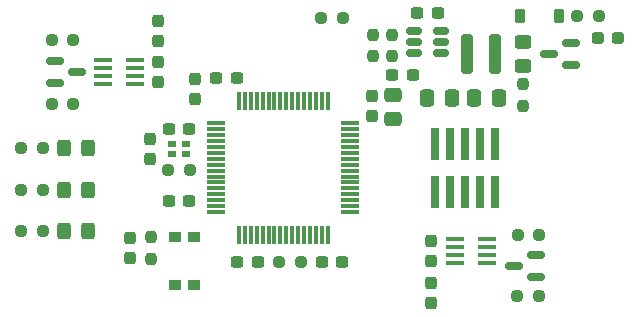
<source format=gbr>
%TF.GenerationSoftware,KiCad,Pcbnew,9.0.4*%
%TF.CreationDate,2026-01-25T14:52:30+00:00*%
%TF.ProjectId,can-repeater,63616e2d-7265-4706-9561-7465722e6b69,rev?*%
%TF.SameCoordinates,Original*%
%TF.FileFunction,Paste,Top*%
%TF.FilePolarity,Positive*%
%FSLAX46Y46*%
G04 Gerber Fmt 4.6, Leading zero omitted, Abs format (unit mm)*
G04 Created by KiCad (PCBNEW 9.0.4) date 2026-01-25 14:52:30*
%MOMM*%
%LPD*%
G01*
G04 APERTURE LIST*
G04 Aperture macros list*
%AMRoundRect*
0 Rectangle with rounded corners*
0 $1 Rounding radius*
0 $2 $3 $4 $5 $6 $7 $8 $9 X,Y pos of 4 corners*
0 Add a 4 corners polygon primitive as box body*
4,1,4,$2,$3,$4,$5,$6,$7,$8,$9,$2,$3,0*
0 Add four circle primitives for the rounded corners*
1,1,$1+$1,$2,$3*
1,1,$1+$1,$4,$5*
1,1,$1+$1,$6,$7*
1,1,$1+$1,$8,$9*
0 Add four rect primitives between the rounded corners*
20,1,$1+$1,$2,$3,$4,$5,0*
20,1,$1+$1,$4,$5,$6,$7,0*
20,1,$1+$1,$6,$7,$8,$9,0*
20,1,$1+$1,$8,$9,$2,$3,0*%
G04 Aperture macros list end*
%ADD10R,0.740000X2.795000*%
%ADD11RoundRect,0.237500X-0.250000X-0.237500X0.250000X-0.237500X0.250000X0.237500X-0.250000X0.237500X0*%
%ADD12RoundRect,0.237500X0.237500X-0.300000X0.237500X0.300000X-0.237500X0.300000X-0.237500X-0.300000X0*%
%ADD13RoundRect,0.237500X0.300000X0.237500X-0.300000X0.237500X-0.300000X-0.237500X0.300000X-0.237500X0*%
%ADD14RoundRect,0.075000X-0.700000X-0.075000X0.700000X-0.075000X0.700000X0.075000X-0.700000X0.075000X0*%
%ADD15RoundRect,0.075000X-0.075000X-0.700000X0.075000X-0.700000X0.075000X0.700000X-0.075000X0.700000X0*%
%ADD16RoundRect,0.237500X0.250000X0.237500X-0.250000X0.237500X-0.250000X-0.237500X0.250000X-0.237500X0*%
%ADD17RoundRect,0.250000X-0.337500X-0.475000X0.337500X-0.475000X0.337500X0.475000X-0.337500X0.475000X0*%
%ADD18RoundRect,0.237500X-0.287500X-0.237500X0.287500X-0.237500X0.287500X0.237500X-0.287500X0.237500X0*%
%ADD19RoundRect,0.250000X-0.325000X-0.450000X0.325000X-0.450000X0.325000X0.450000X-0.325000X0.450000X0*%
%ADD20RoundRect,0.100000X-0.680000X-0.100000X0.680000X-0.100000X0.680000X0.100000X-0.680000X0.100000X0*%
%ADD21RoundRect,0.237500X-0.237500X0.250000X-0.237500X-0.250000X0.237500X-0.250000X0.237500X0.250000X0*%
%ADD22RoundRect,0.250000X0.337500X0.475000X-0.337500X0.475000X-0.337500X-0.475000X0.337500X-0.475000X0*%
%ADD23R,1.000000X0.900000*%
%ADD24RoundRect,0.150000X0.587500X0.150000X-0.587500X0.150000X-0.587500X-0.150000X0.587500X-0.150000X0*%
%ADD25RoundRect,0.250000X0.475000X-0.337500X0.475000X0.337500X-0.475000X0.337500X-0.475000X-0.337500X0*%
%ADD26RoundRect,0.245000X-0.245000X-1.455000X0.245000X-1.455000X0.245000X1.455000X-0.245000X1.455000X0*%
%ADD27RoundRect,0.237500X-0.300000X-0.237500X0.300000X-0.237500X0.300000X0.237500X-0.300000X0.237500X0*%
%ADD28RoundRect,0.150000X-0.587500X-0.150000X0.587500X-0.150000X0.587500X0.150000X-0.587500X0.150000X0*%
%ADD29RoundRect,0.250000X0.450000X-0.325000X0.450000X0.325000X-0.450000X0.325000X-0.450000X-0.325000X0*%
%ADD30RoundRect,0.237500X0.237500X-0.250000X0.237500X0.250000X-0.237500X0.250000X-0.237500X-0.250000X0*%
%ADD31RoundRect,0.237500X-0.237500X0.300000X-0.237500X-0.300000X0.237500X-0.300000X0.237500X0.300000X0*%
%ADD32RoundRect,0.150000X0.512500X0.150000X-0.512500X0.150000X-0.512500X-0.150000X0.512500X-0.150000X0*%
%ADD33RoundRect,0.100000X0.680000X0.100000X-0.680000X0.100000X-0.680000X-0.100000X0.680000X-0.100000X0*%
%ADD34RoundRect,0.225000X-0.225000X-0.375000X0.225000X-0.375000X0.225000X0.375000X-0.225000X0.375000X0*%
%ADD35R,0.650000X0.550000*%
G04 APERTURE END LIST*
D10*
%TO.C,J2*%
X182456999Y-76217000D03*
X182456999Y-80283000D03*
X181187000Y-76217000D03*
X181187000Y-80283000D03*
X179916999Y-76217000D03*
X179916999Y-80283000D03*
X178646998Y-76217000D03*
X178646998Y-80283000D03*
X177376999Y-76217000D03*
X177376999Y-80283000D03*
%TD*%
D11*
%TO.C,R14*%
X142287500Y-80100000D03*
X144112500Y-80100000D03*
%TD*%
D12*
%TO.C,C6*%
X157050000Y-72462501D03*
X157050000Y-70737499D03*
%TD*%
%TO.C,C14*%
X151550000Y-85912501D03*
X151550000Y-84187499D03*
%TD*%
D13*
%TO.C,C5*%
X160562500Y-70650000D03*
X158837500Y-70650000D03*
%TD*%
D14*
%TO.C,U4*%
X158825000Y-74500000D03*
X158825000Y-75000000D03*
X158825000Y-75500000D03*
X158825000Y-76000000D03*
X158825000Y-76500000D03*
X158825000Y-77000000D03*
X158825000Y-77500000D03*
X158825000Y-78000000D03*
X158825000Y-78500000D03*
X158825000Y-79000000D03*
X158825000Y-79500000D03*
X158825000Y-80000000D03*
X158825000Y-80500000D03*
X158825000Y-81000000D03*
X158825000Y-81500000D03*
X158825000Y-82000000D03*
D15*
X160750000Y-83925000D03*
X161250000Y-83925000D03*
X161750000Y-83925000D03*
X162250000Y-83925000D03*
X162750000Y-83925000D03*
X163250000Y-83925000D03*
X163750000Y-83925000D03*
X164250000Y-83925000D03*
X164750000Y-83925000D03*
X165250000Y-83925000D03*
X165750000Y-83925000D03*
X166250000Y-83925000D03*
X166750000Y-83925000D03*
X167250000Y-83925000D03*
X167750000Y-83925000D03*
X168250000Y-83925000D03*
D14*
X170175000Y-82000000D03*
X170175000Y-81500000D03*
X170175000Y-81000000D03*
X170175000Y-80500000D03*
X170175000Y-80000000D03*
X170175000Y-79500000D03*
X170175000Y-79000000D03*
X170175000Y-78500000D03*
X170175000Y-78000000D03*
X170175000Y-77500000D03*
X170175000Y-77000000D03*
X170175000Y-76500000D03*
X170175000Y-76000000D03*
X170175000Y-75500000D03*
X170175000Y-75000000D03*
X170175000Y-74500000D03*
D15*
X168250000Y-72575000D03*
X167750000Y-72575000D03*
X167250000Y-72575000D03*
X166750000Y-72575000D03*
X166250000Y-72575000D03*
X165750000Y-72575000D03*
X165250000Y-72575000D03*
X164750000Y-72575000D03*
X164250000Y-72575000D03*
X163750000Y-72575000D03*
X163250000Y-72575000D03*
X162750000Y-72575000D03*
X162250000Y-72575000D03*
X161750000Y-72575000D03*
X161250000Y-72575000D03*
X160750000Y-72575000D03*
%TD*%
D11*
%TO.C,R10*%
X184337500Y-83950000D03*
X186162500Y-83950000D03*
%TD*%
D16*
%TO.C,R4*%
X146712500Y-72850000D03*
X144887500Y-72850000D03*
%TD*%
D11*
%TO.C,R7*%
X189387500Y-65400000D03*
X191212500Y-65400000D03*
%TD*%
D17*
%TO.C,C10*%
X180662500Y-72350000D03*
X182737500Y-72350000D03*
%TD*%
D13*
%TO.C,C7*%
X156512501Y-81050000D03*
X154787499Y-81050000D03*
%TD*%
D18*
%TO.C,F1*%
X191125000Y-67300000D03*
X192875000Y-67300000D03*
%TD*%
D11*
%TO.C,R13*%
X142287500Y-76600000D03*
X144112500Y-76600000D03*
%TD*%
D13*
%TO.C,C16*%
X156512501Y-74950000D03*
X154787499Y-74950000D03*
%TD*%
D11*
%TO.C,R5*%
X144887500Y-67400000D03*
X146712500Y-67400000D03*
%TD*%
D19*
%TO.C,D7*%
X145925000Y-83600000D03*
X147975000Y-83600000D03*
%TD*%
D20*
%TO.C,U3*%
X179050000Y-84320000D03*
X179050000Y-84970000D03*
X179050000Y-85630000D03*
X179050000Y-86280000D03*
X181750000Y-86280000D03*
X181750000Y-85630000D03*
X181750000Y-84970000D03*
X181750000Y-84320000D03*
%TD*%
D21*
%TO.C,R3*%
X173700000Y-66987500D03*
X173700000Y-68812500D03*
%TD*%
D22*
%TO.C,C11*%
X178737500Y-72350000D03*
X176662500Y-72350000D03*
%TD*%
D23*
%TO.C,SW1*%
X156900000Y-84100001D03*
X156900000Y-88199999D03*
X155300000Y-84100001D03*
X155300000Y-88199999D03*
%TD*%
D12*
%TO.C,C17*%
X153200000Y-77512501D03*
X153200000Y-75787499D03*
%TD*%
D24*
%TO.C,Q1*%
X188837500Y-69550000D03*
X188837500Y-67650000D03*
X186962500Y-68600000D03*
%TD*%
D25*
%TO.C,C1*%
X173800000Y-74137500D03*
X173800000Y-72062500D03*
%TD*%
D13*
%TO.C,C2*%
X162337500Y-86200000D03*
X160612500Y-86200000D03*
%TD*%
D11*
%TO.C,R15*%
X142287500Y-83600000D03*
X144112500Y-83600000D03*
%TD*%
D26*
%TO.C,L1*%
X180015000Y-68600000D03*
X182385000Y-68600000D03*
%TD*%
D27*
%TO.C,C8*%
X173737499Y-70400000D03*
X175462501Y-70400000D03*
%TD*%
D16*
%TO.C,R9*%
X156562500Y-78450000D03*
X154737500Y-78450000D03*
%TD*%
D24*
%TO.C,D4*%
X185887500Y-87500000D03*
X185887500Y-85600000D03*
X184012500Y-86550000D03*
%TD*%
D28*
%TO.C,D2*%
X145162500Y-69187500D03*
X145162500Y-71087500D03*
X147037500Y-70137500D03*
%TD*%
D13*
%TO.C,C3*%
X169462501Y-86200000D03*
X167737499Y-86200000D03*
%TD*%
D29*
%TO.C,D1*%
X184800000Y-69625000D03*
X184800000Y-67575000D03*
%TD*%
D30*
%TO.C,R1*%
X172050000Y-68812500D03*
X172050000Y-66987500D03*
%TD*%
D12*
%TO.C,C4*%
X172000000Y-73862500D03*
X172000000Y-72137500D03*
%TD*%
%TO.C,C18*%
X177000000Y-89712500D03*
X177000000Y-87987500D03*
%TD*%
D13*
%TO.C,C9*%
X177562501Y-65150000D03*
X175837499Y-65150000D03*
%TD*%
D31*
%TO.C,C13*%
X153850000Y-65837500D03*
X153850000Y-67562500D03*
%TD*%
D19*
%TO.C,D5*%
X145925000Y-76600000D03*
X147975000Y-76600000D03*
%TD*%
%TO.C,D6*%
X145925000Y-80100000D03*
X147975000Y-80100000D03*
%TD*%
D12*
%TO.C,C15*%
X153850000Y-71012501D03*
X153850000Y-69287499D03*
%TD*%
D30*
%TO.C,R6*%
X153300000Y-85962500D03*
X153300000Y-84137500D03*
%TD*%
%TO.C,R2*%
X184800000Y-73012500D03*
X184800000Y-71187500D03*
%TD*%
D16*
%TO.C,R11*%
X186112500Y-89150000D03*
X184287500Y-89150000D03*
%TD*%
D11*
%TO.C,R8*%
X167687500Y-65600000D03*
X169512500Y-65600000D03*
%TD*%
%TO.C,R12*%
X164137500Y-86200000D03*
X165962500Y-86200000D03*
%TD*%
D32*
%TO.C,U1*%
X177837500Y-68550000D03*
X177837500Y-67600000D03*
X177837500Y-66650000D03*
X175562500Y-66650000D03*
X175562500Y-67600000D03*
X175562500Y-68550000D03*
%TD*%
D33*
%TO.C,U2*%
X151950000Y-71130000D03*
X151950000Y-70480000D03*
X151950000Y-69820000D03*
X151950000Y-69170000D03*
X149250000Y-69170000D03*
X149250000Y-69820000D03*
X149250000Y-70480000D03*
X149250000Y-71130000D03*
%TD*%
D34*
%TO.C,D3*%
X184550000Y-65400000D03*
X187850000Y-65400000D03*
%TD*%
D35*
%TO.C,Y1*%
X156225000Y-76275000D03*
X155075000Y-76275000D03*
X155075000Y-77125000D03*
X156225000Y-77125000D03*
%TD*%
D31*
%TO.C,C12*%
X177000000Y-84437500D03*
X177000000Y-86162500D03*
%TD*%
M02*

</source>
